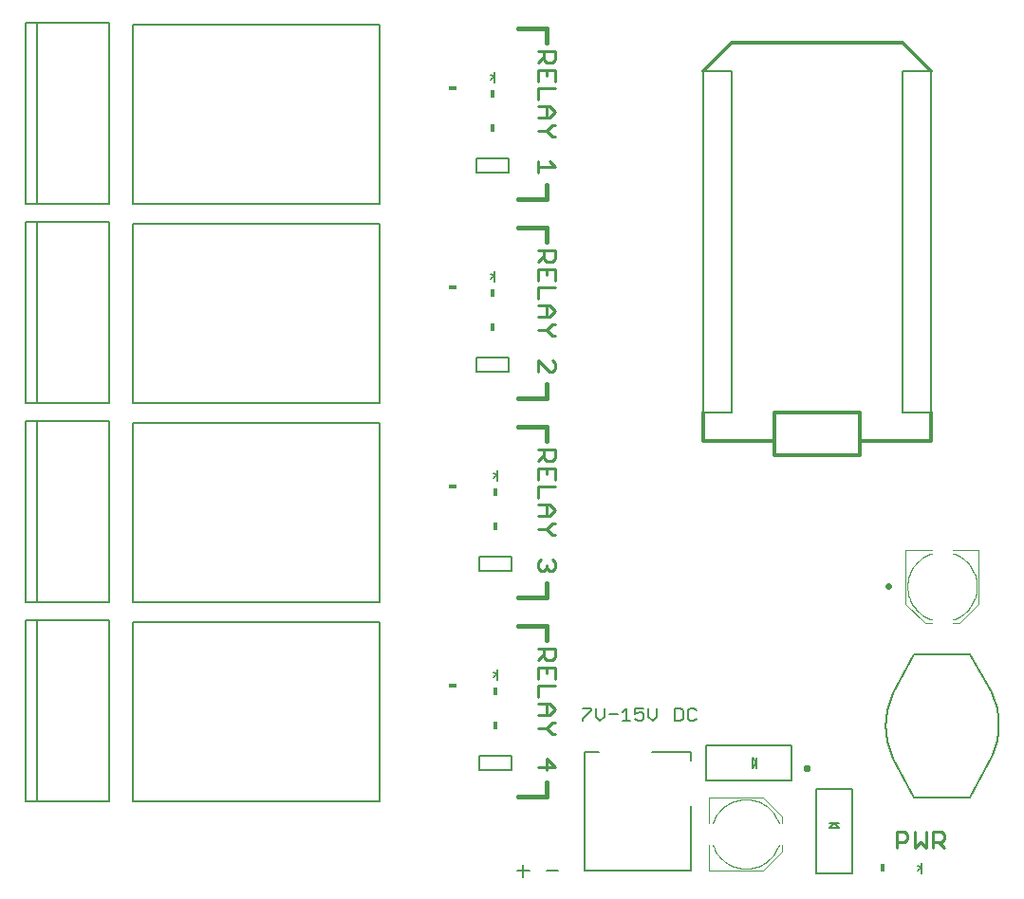
<source format=gto>
G75*
%MOIN*%
%OFA0B0*%
%FSLAX24Y24*%
%IPPOS*%
%LPD*%
%AMOC8*
5,1,8,0,0,1.08239X$1,22.5*
%
%ADD10C,0.0110*%
%ADD11C,0.0160*%
%ADD12C,0.0060*%
%ADD13C,0.0050*%
%ADD14C,0.0080*%
%ADD15R,0.0300X0.0180*%
%ADD16R,0.0180X0.0300*%
%ADD17C,0.0120*%
%ADD18C,0.0220*%
%ADD19C,0.0040*%
D10*
X022538Y008932D02*
X023128Y008932D01*
X022833Y009227D01*
X022833Y008833D01*
X023030Y010122D02*
X023128Y010122D01*
X023030Y010122D02*
X022833Y010319D01*
X022538Y010319D01*
X022833Y010319D02*
X023030Y010516D01*
X023128Y010516D01*
X022932Y010767D02*
X022538Y010767D01*
X022833Y010767D02*
X022833Y011161D01*
X022932Y011161D02*
X023128Y010964D01*
X022932Y010767D01*
X022932Y011161D02*
X022538Y011161D01*
X022538Y011411D02*
X022538Y011805D01*
X023128Y011805D01*
X023128Y012056D02*
X023128Y012450D01*
X022538Y012450D01*
X022538Y012056D01*
X022833Y012253D02*
X022833Y012450D01*
X022833Y012701D02*
X022735Y012799D01*
X022735Y013094D01*
X022735Y012897D02*
X022538Y012701D01*
X022833Y012701D02*
X023030Y012701D01*
X023128Y012799D01*
X023128Y013094D01*
X022538Y013094D01*
X022636Y015833D02*
X022538Y015932D01*
X022538Y016129D01*
X022636Y016227D01*
X022833Y016030D02*
X022833Y015932D01*
X022735Y015833D01*
X022636Y015833D01*
X022833Y015932D02*
X022932Y015833D01*
X023030Y015833D01*
X023128Y015932D01*
X023128Y016129D01*
X023030Y016227D01*
X023030Y017122D02*
X023128Y017122D01*
X023030Y017122D02*
X022833Y017319D01*
X022538Y017319D01*
X022833Y017319D02*
X023030Y017516D01*
X023128Y017516D01*
X022932Y017767D02*
X022538Y017767D01*
X022833Y017767D02*
X022833Y018161D01*
X022932Y018161D02*
X023128Y017964D01*
X022932Y017767D01*
X022932Y018161D02*
X022538Y018161D01*
X022538Y018411D02*
X022538Y018805D01*
X023128Y018805D01*
X023128Y019056D02*
X023128Y019450D01*
X022538Y019450D01*
X022538Y019056D01*
X022833Y019253D02*
X022833Y019450D01*
X022833Y019701D02*
X022735Y019799D01*
X022735Y020094D01*
X022735Y019897D02*
X022538Y019701D01*
X022833Y019701D02*
X023030Y019701D01*
X023128Y019799D01*
X023128Y020094D01*
X022538Y020094D01*
X022538Y022833D02*
X022538Y023227D01*
X022932Y022833D01*
X023030Y022833D01*
X023128Y022932D01*
X023128Y023129D01*
X023030Y023227D01*
X023030Y024122D02*
X023128Y024122D01*
X023030Y024122D02*
X022833Y024319D01*
X022538Y024319D01*
X022833Y024319D02*
X023030Y024516D01*
X023128Y024516D01*
X022932Y024767D02*
X022538Y024767D01*
X022833Y024767D02*
X022833Y025161D01*
X022932Y025161D02*
X023128Y024964D01*
X022932Y024767D01*
X022932Y025161D02*
X022538Y025161D01*
X022538Y025411D02*
X022538Y025805D01*
X023128Y025805D01*
X023128Y026056D02*
X023128Y026450D01*
X022538Y026450D01*
X022538Y026056D01*
X022833Y026253D02*
X022833Y026450D01*
X022833Y026701D02*
X022735Y026799D01*
X022735Y027094D01*
X022735Y026897D02*
X022538Y026701D01*
X022833Y026701D02*
X023030Y026701D01*
X023128Y026799D01*
X023128Y027094D01*
X022538Y027094D01*
X022538Y029833D02*
X022538Y030227D01*
X022538Y030030D02*
X023128Y030030D01*
X022932Y030227D01*
X023030Y031122D02*
X023128Y031122D01*
X023030Y031122D02*
X022833Y031319D01*
X022538Y031319D01*
X022833Y031319D02*
X023030Y031516D01*
X023128Y031516D01*
X022932Y031767D02*
X022538Y031767D01*
X022833Y031767D02*
X022833Y032161D01*
X022932Y032161D02*
X023128Y031964D01*
X022932Y031767D01*
X022932Y032161D02*
X022538Y032161D01*
X022538Y032411D02*
X022538Y032805D01*
X023128Y032805D01*
X023128Y033056D02*
X023128Y033450D01*
X022538Y033450D01*
X022538Y033056D01*
X022833Y033253D02*
X022833Y033450D01*
X022833Y033701D02*
X022735Y033799D01*
X022735Y034094D01*
X022735Y033897D02*
X022538Y033701D01*
X022833Y033701D02*
X023030Y033701D01*
X023128Y033799D01*
X023128Y034094D01*
X022538Y034094D01*
X035121Y006689D02*
X035416Y006689D01*
X035515Y006590D01*
X035515Y006394D01*
X035416Y006295D01*
X035121Y006295D01*
X035121Y006098D02*
X035121Y006689D01*
X035766Y006689D02*
X035766Y006098D01*
X035962Y006295D01*
X036159Y006098D01*
X036159Y006689D01*
X036410Y006689D02*
X036705Y006689D01*
X036804Y006590D01*
X036804Y006394D01*
X036705Y006295D01*
X036410Y006295D01*
X036410Y006098D02*
X036410Y006689D01*
X036607Y006295D02*
X036804Y006098D01*
D11*
X022833Y007893D02*
X021833Y007893D01*
X022833Y007893D02*
X022833Y008393D01*
X022833Y013393D02*
X022833Y013893D01*
X021833Y013893D01*
X021833Y014893D02*
X022833Y014893D01*
X022833Y015393D01*
X022833Y020393D02*
X022833Y020893D01*
X021833Y020893D01*
X021833Y021893D02*
X022833Y021893D01*
X022833Y022393D01*
X022833Y027393D02*
X022833Y027893D01*
X021833Y027893D01*
X021833Y028893D02*
X022833Y028893D01*
X022833Y029393D01*
X022833Y034393D02*
X022833Y034893D01*
X021833Y034893D01*
D12*
X021803Y005304D02*
X022230Y005304D01*
X022016Y005517D02*
X022016Y005090D01*
X022823Y005304D02*
X023250Y005304D01*
X021593Y008833D02*
X020473Y008833D01*
X020473Y009353D01*
X021593Y009353D01*
X021593Y008833D01*
X024111Y010573D02*
X024111Y010647D01*
X024405Y010940D01*
X024405Y011014D01*
X024111Y011014D01*
X024572Y011014D02*
X024572Y010720D01*
X024718Y010573D01*
X024865Y010720D01*
X024865Y011014D01*
X025032Y010793D02*
X025326Y010793D01*
X025492Y010867D02*
X025639Y011014D01*
X025639Y010573D01*
X025492Y010573D02*
X025786Y010573D01*
X025953Y010647D02*
X026026Y010573D01*
X026173Y010573D01*
X026246Y010647D01*
X026246Y010793D01*
X026173Y010867D01*
X026100Y010867D01*
X025953Y010793D01*
X025953Y011014D01*
X026246Y011014D01*
X026413Y011014D02*
X026413Y010720D01*
X026560Y010573D01*
X026707Y010720D01*
X026707Y011014D01*
X027334Y011014D02*
X027334Y010573D01*
X027554Y010573D01*
X027628Y010647D01*
X027628Y010940D01*
X027554Y011014D01*
X027334Y011014D01*
X027794Y010940D02*
X027794Y010647D01*
X027868Y010573D01*
X028014Y010573D01*
X028088Y010647D01*
X028088Y010940D02*
X028014Y011014D01*
X027868Y011014D01*
X027794Y010940D01*
X021593Y015833D02*
X020473Y015833D01*
X020473Y016353D01*
X021593Y016353D01*
X021593Y015833D01*
X021493Y022833D02*
X020373Y022833D01*
X020373Y023353D01*
X021493Y023353D01*
X021493Y022833D01*
X021493Y029833D02*
X020373Y029833D01*
X020373Y030353D01*
X021493Y030353D01*
X021493Y029833D01*
D13*
X016977Y028744D02*
X016977Y035043D01*
X008315Y035043D01*
X008315Y028744D01*
X016977Y028744D01*
X016977Y028043D02*
X008315Y028043D01*
X008315Y021744D01*
X016977Y021744D01*
X016977Y028043D01*
X016977Y021043D02*
X008315Y021043D01*
X008315Y014744D01*
X016977Y014744D01*
X016977Y021043D01*
X016977Y014043D02*
X008315Y014043D01*
X008315Y007744D01*
X016977Y007744D01*
X016977Y014043D01*
X028431Y009723D02*
X031425Y009723D01*
X031425Y009544D01*
X031425Y008463D01*
X028431Y008463D01*
X028431Y008544D01*
X028431Y009723D01*
X030058Y009268D02*
X030208Y009093D01*
X030058Y008918D01*
X030058Y009268D01*
X030208Y009268D02*
X030208Y008918D01*
X031425Y009544D02*
X031425Y009642D01*
X028431Y008567D02*
X028431Y008544D01*
X032303Y008185D02*
X032482Y008185D01*
X033563Y008185D01*
X033563Y005191D01*
X033482Y005191D01*
X032303Y005191D01*
X032303Y008185D01*
X032384Y008185D02*
X032482Y008185D01*
X035001Y009252D02*
X035749Y007874D01*
X037717Y007874D01*
X038465Y009291D01*
X035001Y009251D02*
X034960Y009345D01*
X034922Y009441D01*
X034889Y009537D01*
X034859Y009635D01*
X034832Y009734D01*
X034810Y009834D01*
X034791Y009934D01*
X034775Y010036D01*
X034764Y010137D01*
X034756Y010240D01*
X034752Y010342D01*
X034752Y010444D01*
X034756Y010546D01*
X034764Y010649D01*
X034775Y010750D01*
X034791Y010852D01*
X034810Y010952D01*
X034832Y011052D01*
X034859Y011151D01*
X034889Y011249D01*
X034922Y011345D01*
X034960Y011441D01*
X035001Y011535D01*
X035749Y012913D01*
X037717Y012913D01*
X038465Y011574D01*
X038465Y011575D02*
X038506Y011481D01*
X038544Y011385D01*
X038577Y011289D01*
X038607Y011191D01*
X038634Y011092D01*
X038656Y010992D01*
X038675Y010892D01*
X038691Y010790D01*
X038702Y010689D01*
X038710Y010586D01*
X038714Y010484D01*
X038714Y010382D01*
X038710Y010280D01*
X038702Y010177D01*
X038691Y010076D01*
X038675Y009974D01*
X038656Y009874D01*
X038634Y009774D01*
X038607Y009675D01*
X038577Y009577D01*
X038544Y009481D01*
X038506Y009385D01*
X038465Y009291D01*
X033108Y006968D02*
X032758Y006968D01*
X032758Y006818D02*
X032933Y006968D01*
X033108Y006818D01*
X032758Y006818D01*
X033459Y005191D02*
X033482Y005191D01*
D14*
X035878Y005301D02*
X036000Y005393D01*
X036000Y005574D01*
X035878Y005479D02*
X035994Y005403D01*
X036000Y005393D02*
X036000Y005212D01*
X027912Y005314D02*
X027901Y005314D01*
X027901Y007558D01*
X027901Y009172D02*
X027901Y009487D01*
X026523Y009487D01*
X024672Y009487D02*
X024160Y009487D01*
X024160Y005314D01*
X027901Y005314D01*
X021100Y012012D02*
X021100Y012193D01*
X020978Y012101D01*
X021100Y012193D02*
X021100Y012374D01*
X020978Y012279D02*
X021094Y012203D01*
X007486Y014114D02*
X007486Y007736D01*
X004927Y007736D01*
X004927Y014114D01*
X007486Y014114D01*
X007486Y014736D02*
X004927Y014736D01*
X004927Y021114D01*
X007486Y021114D01*
X007486Y014736D01*
X004927Y014736D02*
X004534Y014736D01*
X004534Y021114D01*
X004927Y021114D01*
X004927Y021736D02*
X004927Y028114D01*
X007486Y028114D01*
X007486Y021736D01*
X004927Y021736D01*
X004534Y021736D01*
X004534Y028114D01*
X004927Y028114D01*
X004927Y028736D02*
X004927Y035114D01*
X007486Y035114D01*
X007486Y028736D01*
X004927Y028736D01*
X004534Y028736D01*
X004534Y035114D01*
X004927Y035114D01*
X020878Y033279D02*
X020994Y033203D01*
X021000Y033193D02*
X020878Y033101D01*
X021000Y033012D02*
X021000Y033193D01*
X021000Y033374D01*
X028333Y033393D02*
X028333Y021393D01*
X029333Y021393D01*
X029333Y033393D01*
X028333Y033393D01*
X035333Y033393D02*
X036333Y033393D01*
X036333Y021393D01*
X035333Y021393D01*
X035333Y033393D01*
X021000Y026374D02*
X021000Y026193D01*
X020878Y026101D01*
X021000Y026012D02*
X021000Y026193D01*
X020994Y026203D02*
X020878Y026279D01*
X021100Y019374D02*
X021100Y019193D01*
X020978Y019101D01*
X021100Y019012D02*
X021100Y019193D01*
X021094Y019203D02*
X020978Y019279D01*
X004927Y014114D02*
X004534Y014114D01*
X004534Y007736D01*
X004927Y007736D01*
D15*
X019533Y011793D03*
X019533Y018793D03*
X019533Y025793D03*
X019533Y032793D03*
D16*
X020933Y032593D03*
X020933Y031393D03*
X020933Y025593D03*
X020933Y024393D03*
X021033Y018593D03*
X021033Y017393D03*
X021033Y011593D03*
X021033Y010393D03*
X034633Y005393D03*
D17*
X031935Y008891D02*
X031937Y008905D01*
X031943Y008919D01*
X031951Y008931D01*
X031963Y008939D01*
X031977Y008945D01*
X031991Y008947D01*
X032005Y008945D01*
X032019Y008939D01*
X032031Y008931D01*
X032039Y008919D01*
X032045Y008905D01*
X032047Y008891D01*
X032045Y008877D01*
X032039Y008863D01*
X032031Y008851D01*
X032019Y008843D01*
X032005Y008837D01*
X031991Y008835D01*
X031977Y008837D01*
X031963Y008843D01*
X031951Y008851D01*
X031943Y008863D01*
X031937Y008877D01*
X031935Y008891D01*
X030833Y019893D02*
X033833Y019893D01*
X033833Y020393D01*
X033833Y021393D01*
X030833Y021393D01*
X030833Y020393D01*
X028333Y020393D01*
X028333Y021393D01*
X030833Y020393D02*
X030833Y019893D01*
X033833Y020393D02*
X036333Y020393D01*
X036333Y021393D01*
X036333Y033393D02*
X035333Y034393D01*
X029333Y034393D01*
X028333Y033393D01*
D18*
X034821Y015293D02*
X034845Y015293D01*
D19*
X035453Y014683D02*
X035453Y016573D01*
X036359Y016573D01*
X037107Y016573D02*
X038012Y016573D01*
X038012Y014683D01*
X037343Y014014D01*
X037107Y014014D01*
X036359Y014014D02*
X036123Y014014D01*
X035453Y014683D01*
X037107Y014132D02*
X037171Y014154D01*
X037234Y014181D01*
X037296Y014211D01*
X037355Y014244D01*
X037413Y014280D01*
X037469Y014320D01*
X037522Y014363D01*
X037573Y014408D01*
X037621Y014456D01*
X037666Y014507D01*
X037709Y014561D01*
X037748Y014617D01*
X037785Y014674D01*
X037818Y014734D01*
X037847Y014796D01*
X037873Y014859D01*
X037896Y014923D01*
X037915Y014989D01*
X037930Y015056D01*
X037941Y015123D01*
X037949Y015191D01*
X037953Y015259D01*
X037953Y015327D01*
X037949Y015395D01*
X037941Y015463D01*
X037930Y015530D01*
X037915Y015597D01*
X037896Y015663D01*
X037873Y015727D01*
X037847Y015790D01*
X037818Y015852D01*
X037785Y015912D01*
X037748Y015969D01*
X037709Y016025D01*
X037666Y016079D01*
X037621Y016130D01*
X037573Y016178D01*
X037522Y016223D01*
X037469Y016266D01*
X037413Y016306D01*
X037355Y016342D01*
X037296Y016375D01*
X037234Y016405D01*
X037171Y016432D01*
X037107Y016454D01*
X036359Y016454D02*
X036295Y016432D01*
X036232Y016405D01*
X036170Y016375D01*
X036111Y016342D01*
X036053Y016306D01*
X035997Y016266D01*
X035944Y016223D01*
X035893Y016178D01*
X035845Y016130D01*
X035800Y016079D01*
X035757Y016025D01*
X035718Y015969D01*
X035681Y015912D01*
X035648Y015852D01*
X035619Y015790D01*
X035593Y015727D01*
X035570Y015663D01*
X035551Y015597D01*
X035536Y015530D01*
X035525Y015463D01*
X035517Y015395D01*
X035513Y015327D01*
X035513Y015259D01*
X035517Y015191D01*
X035525Y015123D01*
X035536Y015056D01*
X035551Y014989D01*
X035570Y014923D01*
X035593Y014859D01*
X035619Y014796D01*
X035648Y014734D01*
X035681Y014674D01*
X035718Y014617D01*
X035757Y014561D01*
X035800Y014507D01*
X035845Y014456D01*
X035893Y014408D01*
X035944Y014363D01*
X035997Y014320D01*
X036053Y014280D01*
X036111Y014244D01*
X036170Y014211D01*
X036232Y014181D01*
X036295Y014154D01*
X036359Y014132D01*
X030443Y007873D02*
X028553Y007873D01*
X028553Y006967D01*
X028672Y006219D02*
X028694Y006155D01*
X028721Y006092D01*
X028751Y006030D01*
X028784Y005971D01*
X028820Y005913D01*
X028860Y005857D01*
X028903Y005804D01*
X028948Y005753D01*
X028996Y005705D01*
X029047Y005660D01*
X029101Y005617D01*
X029157Y005578D01*
X029214Y005541D01*
X029274Y005508D01*
X029336Y005479D01*
X029399Y005453D01*
X029463Y005430D01*
X029529Y005411D01*
X029596Y005396D01*
X029663Y005385D01*
X029731Y005377D01*
X029799Y005373D01*
X029867Y005373D01*
X029935Y005377D01*
X030003Y005385D01*
X030070Y005396D01*
X030137Y005411D01*
X030203Y005430D01*
X030267Y005453D01*
X030330Y005479D01*
X030392Y005508D01*
X030452Y005541D01*
X030509Y005578D01*
X030565Y005617D01*
X030619Y005660D01*
X030670Y005705D01*
X030718Y005753D01*
X030763Y005804D01*
X030806Y005857D01*
X030846Y005913D01*
X030882Y005971D01*
X030915Y006030D01*
X030945Y006092D01*
X030972Y006155D01*
X030994Y006219D01*
X031112Y006219D02*
X031112Y005983D01*
X030443Y005314D01*
X028553Y005314D01*
X028553Y006219D01*
X028672Y006967D02*
X028694Y007031D01*
X028721Y007094D01*
X028751Y007156D01*
X028784Y007215D01*
X028820Y007273D01*
X028860Y007329D01*
X028903Y007382D01*
X028948Y007433D01*
X028996Y007481D01*
X029047Y007526D01*
X029101Y007569D01*
X029157Y007608D01*
X029214Y007645D01*
X029274Y007678D01*
X029336Y007707D01*
X029399Y007733D01*
X029463Y007756D01*
X029529Y007775D01*
X029596Y007790D01*
X029663Y007801D01*
X029731Y007809D01*
X029799Y007813D01*
X029867Y007813D01*
X029935Y007809D01*
X030003Y007801D01*
X030070Y007790D01*
X030137Y007775D01*
X030203Y007756D01*
X030267Y007733D01*
X030330Y007707D01*
X030392Y007678D01*
X030452Y007645D01*
X030509Y007608D01*
X030565Y007569D01*
X030619Y007526D01*
X030670Y007481D01*
X030718Y007433D01*
X030763Y007382D01*
X030806Y007329D01*
X030846Y007273D01*
X030882Y007215D01*
X030915Y007156D01*
X030945Y007094D01*
X030972Y007031D01*
X030994Y006967D01*
X031112Y006967D02*
X031112Y007204D01*
X030443Y007873D01*
M02*

</source>
